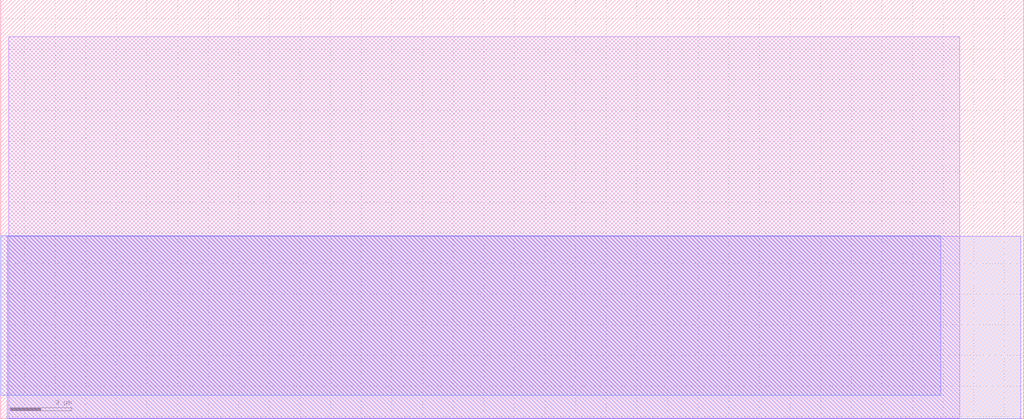
<source format=lef>
VERSION 5.7 ;
  NOWIREEXTENSIONATPIN ON ;
  DIVIDERCHAR "/" ;
  BUSBITCHARS "[]" ;
MACRO sky130_hilas_invert01
  CLASS BLOCK ;
  FOREIGN sky130_hilas_invert01 ;
  ORIGIN 0.130 0.150 ;
  SIZE 0.520 BY 0.310 ;
  OBS
      LAYER li1 ;
        RECT -0.040 -0.070 0.310 0.100 ;
      LAYER met1 ;
        RECT -0.120 -0.150 0.380 0.160 ;
      LAYER met2 ;
        RECT -0.130 -0.120 0.390 0.150 ;
  END
END sky130_hilas_invert01

MACRO sky130_hilas_CapModule02
  CLASS BLOCK ;
  FOREIGN sky130_hilas_CapModule02 ;
  ORIGIN 4.430 2.470 ;
  SIZE 7.200 BY 5.830 ;
  OBS
      LAYER met3 ;
        RECT -4.430 -2.470 2.770 3.360 ;
      LAYER met4 ;
        RECT -3.540 -1.370 -0.500 -0.900 ;
  END
END sky130_hilas_CapModule02

MACRO sky130_hilas_FGVaractorCapacitor02
  CLASS BLOCK ;
  FOREIGN sky130_hilas_FGVaractorCapacitor02 ;
  ORIGIN 10.050 3.800 ;
  SIZE 2.720 BY 1.690 ;
  OBS
      LAYER nwell ;
        RECT -10.050 -2.150 -7.340 -2.110 ;
        RECT -10.050 -3.800 -7.330 -2.150 ;
      LAYER li1 ;
        RECT -9.750 -3.280 -9.520 -2.590 ;
      LAYER met1 ;
        RECT -9.770 -3.330 -9.510 -2.540 ;
  END
END sky130_hilas_FGVaractorCapacitor02

MACRO sky130_hilas_Trans4small
  CLASS BLOCK ;
  FOREIGN sky130_hilas_Trans4small ;
  ORIGIN -1.910 1.500 ;
  SIZE 2.800 BY 5.880 ;
  PIN nFET_Source1
    USE ANALOG ;
    PORT
      LAYER met2 ;
        RECT 1.910 3.980 2.540 4.150 ;
    END
  END nFET_Source1
  PIN nFET_Gate1
    USE ANALOG ;
    PORT
      LAYER met2 ;
        RECT 1.910 3.570 2.070 3.740 ;
    END
  END nFET_Gate1
  PIN nFET_Source2
    USE ANALOG ;
    PORT
      LAYER met2 ;
        RECT 1.910 3.060 2.540 3.230 ;
    END
  END nFET_Source2
  PIN nFET_Gate2
    USE ANALOG ;
    PORT
      LAYER met2 ;
        RECT 1.910 2.650 2.070 2.820 ;
    END
  END nFET_Gate2
  PIN nFET_Source3
    USE ANALOG ;
    PORT
      LAYER met2 ;
        RECT 1.910 2.140 2.540 2.310 ;
    END
  END nFET_Source3
  PIN nFET_Gate3
    USE ANALOG ;
    PORT
      LAYER met2 ;
        RECT 1.910 1.730 2.070 1.900 ;
    END
  END nFET_Gate3
  PIN pFET_Source1
    USE ANALOG ;
    PORT
      LAYER met2 ;
        RECT 1.910 1.120 2.350 1.310 ;
    END
  END pFET_Source1
  PIN pFET_Gate1
    USE ANALOG ;
    PORT
      LAYER met2 ;
        RECT 1.910 0.700 2.350 0.890 ;
    END
  END pFET_Gate1
  PIN pFET_Source2
    USE ANALOG ;
    PORT
      LAYER met2 ;
        RECT 1.910 0.160 2.350 0.350 ;
    END
  END pFET_Source2
  PIN pFET_Gate2
    USE ANALOG ;
    PORT
      LAYER met2 ;
        RECT 1.910 -0.260 2.350 -0.070 ;
    END
  END pFET_Gate2
  PIN pFET_Source3
    USE ANALOG ;
    PORT
      LAYER met2 ;
        RECT 1.910 -0.800 2.350 -0.610 ;
    END
  END pFET_Source3
  PIN pFET_Gate3
    USE ANALOG ;
    PORT
      LAYER met2 ;
        RECT 1.910 -1.220 2.350 -1.030 ;
    END
  END pFET_Gate3
  PIN Well
    USE POWER ;
    PORT
      LAYER met1 ;
        RECT 4.090 -1.500 4.310 -1.300 ;
    END
    PORT
      LAYER met1 ;
        RECT 4.090 -1.130 4.310 4.380 ;
    END
  END Well
  PIN GND
    USE GROUND ;
    PORT
      LAYER met1 ;
        RECT 4.490 -1.500 4.710 3.520 ;
    END
    PORT
      LAYER met1 ;
        RECT 4.490 3.690 4.710 4.380 ;
    END
  END GND
  PIN pFET_Drain3
    USE ANALOG ;
    PORT
      LAYER met2 ;
        RECT 3.910 -0.870 4.710 -0.670 ;
    END
  END pFET_Drain3
  PIN pFET_Drain2
    USE ANALOG ;
    PORT
      LAYER met2 ;
        RECT 3.910 0.090 4.710 0.290 ;
    END
  END pFET_Drain2
  PIN pFET_Drain1
    USE ANALOG ;
    PORT
      LAYER met2 ;
        RECT 3.910 1.050 4.710 1.250 ;
    END
  END pFET_Drain1
  PIN nFET_Drain3
    USE ANALOG ;
    PORT
      LAYER met2 ;
        RECT 3.890 2.150 4.710 2.320 ;
    END
  END nFET_Drain3
  PIN nFET_Drain2
    USE ANALOG ;
    PORT
      LAYER met2 ;
        RECT 3.890 3.070 4.710 3.240 ;
    END
  END nFET_Drain2
  PIN nFET_Drain1
    USE ANALOG ;
    PORT
      LAYER met2 ;
        RECT 3.890 3.990 4.710 4.160 ;
    END
  END nFET_Drain1
  OBS
      LAYER li1 ;
        RECT 2.080 -1.310 4.690 4.240 ;
      LAYER met1 ;
        RECT 2.040 -1.330 3.810 4.240 ;
      LAYER met2 ;
        RECT 2.820 3.710 3.610 4.250 ;
        RECT 2.820 3.700 3.930 3.710 ;
        RECT 2.350 3.520 3.930 3.700 ;
        RECT 2.350 3.510 3.610 3.520 ;
        RECT 2.820 2.790 3.610 3.510 ;
        RECT 2.820 2.780 3.930 2.790 ;
        RECT 2.350 2.600 3.930 2.780 ;
        RECT 2.350 2.590 3.610 2.600 ;
        RECT 2.820 1.870 3.610 2.590 ;
        RECT 2.820 1.860 3.930 1.870 ;
        RECT 2.350 1.590 3.930 1.860 ;
        RECT 2.630 1.530 3.930 1.590 ;
        RECT 2.630 0.770 3.630 1.530 ;
        RECT 2.630 0.570 3.930 0.770 ;
        RECT 2.630 -0.190 3.630 0.570 ;
        RECT 2.630 -0.390 3.930 -0.190 ;
        RECT 2.630 -1.150 3.630 -0.390 ;
        RECT 2.630 -1.290 3.930 -1.150 ;
  END
END sky130_hilas_Trans4small

MACRO sky130_hilas_horizPcell01
  CLASS BLOCK ;
  FOREIGN sky130_hilas_horizPcell01 ;
  ORIGIN 2.890 -0.470 ;
  SIZE 2.560 BY 1.850 ;
  OBS
      LAYER nwell ;
        RECT -2.890 0.480 -0.330 2.320 ;
        RECT -2.890 0.470 -0.340 0.480 ;
      LAYER li1 ;
        RECT -2.790 0.800 -0.720 1.770 ;
      LAYER met1 ;
        RECT -2.800 0.470 -0.680 2.320 ;
      LAYER met2 ;
        RECT -2.890 0.830 -0.330 1.710 ;
  END
END sky130_hilas_horizPcell01

MACRO sky130_hilas_Trans2med
  CLASS BLOCK ;
  FOREIGN sky130_hilas_Trans2med ;
  ORIGIN 3.800 1.430 ;
  SIZE 3.530 BY 5.950 ;
  PIN nFET_Gate01
    USE ANALOG ;
    PORT
      LAYER met2 ;
        RECT -3.800 0.610 -3.550 0.830 ;
    END
  END nFET_Gate01
  PIN pET_Gate02
    USE ANALOG ;
    PORT
      LAYER met2 ;
        RECT -3.800 1.590 -0.820 1.800 ;
    END
  END pET_Gate02
  PIN pFET_Gate01
    USE ANALOG ;
    PORT
      LAYER met2 ;
        RECT -3.800 2.150 -3.550 2.370 ;
    END
  END pFET_Gate01
  PIN nFET_Gate02
    USE ANALOG ;
    PORT
      LAYER met2 ;
        RECT -3.800 1.190 -0.820 1.400 ;
    END
  END nFET_Gate02
  PIN pFET_Source1
    USE ANALOG ;
    PORT
      LAYER met2 ;
        RECT -3.800 3.140 -3.530 3.360 ;
    END
  END pFET_Source1
  PIN pFET_Source2
    USE ANALOG ;
    PORT
      LAYER met2 ;
        RECT -3.800 3.920 -1.900 4.140 ;
    END
  END pFET_Source2
  PIN nFET_Source2
    USE ANALOG ;
    PORT
      LAYER met2 ;
        RECT -3.800 -1.190 -1.880 -0.970 ;
    END
  END nFET_Source2
  PIN nFET_Source1
    USE ANALOG ;
    PORT
      LAYER met2 ;
        RECT -3.800 -0.740 -3.100 -0.530 ;
    END
  END nFET_Source1
  PIN nFET_Drain1
    USE ANALOG ;
    PORT
      LAYER met2 ;
        RECT -2.140 -0.720 -0.270 -0.500 ;
    END
  END nFET_Drain1
  PIN nFET_Drain2
    USE ANALOG ;
    PORT
      LAYER met2 ;
        RECT -0.970 -1.160 -0.270 -0.950 ;
    END
  END nFET_Drain2
  PIN pFET_Drain01
    USE ANALOG ;
    PORT
      LAYER met2 ;
        RECT -2.120 3.170 -0.270 3.380 ;
    END
  END pFET_Drain01
  PIN pFET_Drain2
    USE ANALOG ;
    PORT
      LAYER met2 ;
        RECT -0.930 4.000 -0.270 4.210 ;
    END
  END pFET_Drain2
  OBS
      LAYER li1 ;
        RECT -3.530 -1.250 -0.330 4.290 ;
      LAYER met1 ;
        RECT -3.550 -1.230 -0.270 4.250 ;
      LAYER met2 ;
        RECT -1.620 3.720 -1.210 4.260 ;
        RECT -1.620 3.660 -0.500 3.720 ;
        RECT -3.250 2.890 -2.400 3.640 ;
        RECT -3.250 2.860 -0.500 2.890 ;
        RECT -3.580 2.650 -0.500 2.860 ;
        RECT -3.270 2.080 -0.500 2.650 ;
        RECT -0.540 0.910 -0.500 2.080 ;
        RECT -3.270 0.330 -0.500 0.910 ;
        RECT -3.580 -0.220 -0.500 0.330 ;
        RECT -3.580 -0.250 -2.420 -0.220 ;
        RECT -2.820 -0.690 -2.420 -0.250 ;
        RECT -1.600 -1.230 -1.250 -1.000 ;
  END
END sky130_hilas_Trans2med

MACRO sky130_hilas_FGBiasWeakGate2x1cell
  CLASS BLOCK ;
  FOREIGN sky130_hilas_FGBiasWeakGate2x1cell ;
  ORIGIN 3.960 3.820 ;
  SIZE 11.530 BY 6.050 ;
  PIN drain1
    USE ANALOG ;
    PORT
      LAYER met2 ;
        RECT -3.960 1.550 5.110 1.730 ;
    END
  END drain1
  PIN Input1
    PORT
      LAYER met2 ;
        RECT -3.960 0.950 -1.990 1.130 ;
    END
  END Input1
  PIN output1
    USE ANALOG ;
    PORT
      LAYER met2 ;
        RECT 5.530 0.490 7.570 0.710 ;
    END
  END output1
  PIN output2
    USE ANALOG ;
    PORT
      LAYER met2 ;
        RECT 5.530 -2.260 7.570 -2.050 ;
    END
  END output2
  PIN Vinj
    USE POWER ;
    PORT
      LAYER met1 ;
        RECT 7.050 1.520 7.330 2.230 ;
    END
    PORT
      LAYER met1 ;
        RECT 7.050 -3.820 7.330 -3.110 ;
    END
  END Vinj
  PIN GateSelect
    USE ANALOG ;
    PORT
      LAYER met1 ;
        RECT 6.610 0.700 6.800 2.230 ;
    END
    PORT
      LAYER met1 ;
        RECT 6.610 -3.820 6.800 -2.290 ;
    END
  END GateSelect
  PIN GND
    USE GROUND ;
    PORT
      LAYER met1 ;
        RECT -1.130 -0.770 -0.900 2.230 ;
    END
    PORT
      LAYER met1 ;
        RECT -1.130 -3.820 -0.900 -0.940 ;
    END
  END GND
  PIN gate_control
    USE ANALOG ;
    PORT
      LAYER met1 ;
        RECT 0.090 0.940 0.320 2.230 ;
    END
  END gate_control
  PIN Vtun
    USE ANALOG ;
    PORT
      LAYER met1 ;
        RECT -3.610 0.440 -3.190 2.230 ;
    END
  END Vtun
  PIN gateControl
    USE ANALOG ;
    PORT
      LAYER met1 ;
        RECT 0.090 -3.820 0.320 -2.630 ;
    END
  END gateControl
  PIN drain4
    USE ANALOG ;
    PORT
      LAYER met2 ;
        RECT -3.960 -3.300 5.110 -3.150 ;
    END
  END drain4
  PIN Input2
    USE ANALOG ;
    PORT
      LAYER met2 ;
        RECT -3.960 -2.790 -2.020 -2.580 ;
    END
  END Input2
  PIN CommonSource
    USE ANALOG ;
    PORT
      LAYER met2 ;
        RECT -3.960 -0.490 6.210 -0.270 ;
    END
  END CommonSource
  OBS
      LAYER li1 ;
        RECT -3.520 -3.720 7.180 2.050 ;
      LAYER met1 ;
        RECT -2.910 0.160 -1.410 1.930 ;
        RECT -3.610 -3.810 -1.410 0.160 ;
        RECT -0.620 0.660 -0.190 1.930 ;
        RECT 0.600 0.660 6.330 1.930 ;
        RECT -0.620 0.420 6.330 0.660 ;
        RECT 7.080 0.420 7.330 1.240 ;
        RECT -0.620 -2.010 7.330 0.420 ;
        RECT -0.620 -2.350 6.330 -2.010 ;
        RECT -0.620 -3.810 -0.190 -2.350 ;
        RECT 0.600 -3.810 6.330 -2.350 ;
        RECT 7.080 -2.830 7.330 -2.010 ;
      LAYER met2 ;
        RECT 5.390 1.270 7.570 1.930 ;
        RECT -1.710 0.990 7.570 1.270 ;
        RECT -1.710 0.700 5.250 0.990 ;
        RECT -3.960 0.480 5.270 0.700 ;
        RECT -3.960 0.210 5.250 0.480 ;
        RECT -3.960 0.010 7.570 0.210 ;
        RECT 6.490 -0.770 7.570 0.010 ;
        RECT -3.960 -1.770 7.570 -0.770 ;
        RECT -3.960 -2.050 5.250 -1.770 ;
        RECT -3.960 -2.270 5.270 -2.050 ;
        RECT -3.960 -2.300 5.250 -2.270 ;
        RECT -1.740 -2.540 5.250 -2.300 ;
        RECT -1.740 -2.870 7.570 -2.540 ;
        RECT 5.390 -3.520 7.570 -2.870 ;
  END
END sky130_hilas_FGBiasWeakGate2x1cell

MACRO sky130_hilas_CapModule01
  CLASS BLOCK ;
  FOREIGN sky130_hilas_CapModule01 ;
  ORIGIN 4.430 2.450 ;
  SIZE 2.840 BY 2.860 ;
  OBS
      LAYER met3 ;
        RECT -4.430 -2.450 -1.590 0.410 ;
      LAYER met4 ;
        RECT -3.330 -1.420 -2.810 -0.920 ;
  END
END sky130_hilas_CapModule01

MACRO sky130_hilas_overlapCap02
  CLASS BLOCK ;
  FOREIGN sky130_hilas_overlapCap02 ;
  ORIGIN 5.370 0.690 ;
  SIZE 4.320 BY 1.950 ;
  OBS
      LAYER nwell ;
        RECT -5.370 -0.690 -1.050 1.260 ;
      LAYER li1 ;
        RECT -5.120 -0.430 -1.320 0.980 ;
      LAYER met1 ;
        RECT -3.330 -0.520 -3.090 0.770 ;
  END
END sky130_hilas_overlapCap02

MACRO sky130_hilas_Tgate4Double01
  CLASS BLOCK ;
  FOREIGN sky130_hilas_Tgate4Double01 ;
  ORIGIN 0.360 1.410 ;
  SIZE 7.080 BY 6.050 ;
  PIN GND
    USE GROUND ;
    PORT
      LAYER met1 ;
        RECT 0.380 3.710 0.580 4.640 ;
    END
    PORT
      LAYER met1 ;
        RECT 6.210 -1.410 6.400 -0.480 ;
    END
  END GND
  PIN Input1_1
    PORT
      LAYER met2 ;
        RECT -0.360 4.330 2.120 4.530 ;
    END
  END Input1_1
  PIN Input2_1
    PORT
      LAYER met2 ;
        RECT -0.360 3.850 0.770 4.050 ;
    END
  END Input2_1
  PIN Select1
    PORT
      LAYER met2 ;
        RECT -0.360 3.350 -0.040 3.550 ;
    END
  END Select1
  PIN Select2
    PORT
      LAYER met2 ;
        RECT -0.360 2.700 -0.040 2.900 ;
    END
  END Select2
  PIN Input2_2
    PORT
      LAYER met2 ;
        RECT -0.360 2.200 0.770 2.400 ;
    END
  END Input2_2
  PIN Input1_2
    PORT
      LAYER met2 ;
        RECT -0.360 1.720 2.120 1.920 ;
    END
  END Input1_2
  PIN Select3
    PORT
      LAYER met2 ;
        RECT -0.360 0.330 -0.040 0.530 ;
    END
  END Select3
  PIN Input2_3
    PORT
      LAYER met2 ;
        RECT -0.360 0.830 0.770 1.030 ;
    END
  END Input2_3
  PIN Select4
    PORT
      LAYER met2 ;
        RECT -0.360 -0.320 -0.040 -0.120 ;
    END
  END Select4
  PIN Input2_4
    PORT
      LAYER met2 ;
        RECT -0.360 -0.820 0.770 -0.620 ;
    END
  END Input2_4
  PIN Input1_4
    PORT
      LAYER met2 ;
        RECT -0.360 -1.300 2.120 -1.100 ;
    END
  END Input1_4
  PIN Vdd
    PORT
      LAYER met1 ;
        RECT 6.210 3.710 6.400 4.640 ;
    END
    PORT
      LAYER met1 ;
        RECT 0.380 -1.410 0.580 -0.480 ;
    END
  END Vdd
  PIN Output4
    PORT
      LAYER met2 ;
        RECT 5.820 -0.320 6.720 -0.120 ;
    END
  END Output4
  PIN Output3
    PORT
      LAYER met2 ;
        RECT 5.820 0.330 6.720 0.530 ;
    END
  END Output3
  PIN Output2
    PORT
      LAYER met2 ;
        RECT 5.820 2.700 6.720 2.900 ;
    END
  END Output2
  PIN Output1
    PORT
      LAYER met2 ;
        RECT 5.820 3.350 6.720 3.550 ;
    END
  END Output1
  OBS
      LAYER li1 ;
        RECT -0.120 -1.280 6.640 4.510 ;
      LAYER met1 ;
        RECT -0.130 3.430 0.100 4.540 ;
        RECT 0.860 3.430 5.930 4.540 ;
        RECT -0.130 -0.200 6.420 3.430 ;
        RECT -0.130 -1.310 0.100 -0.200 ;
        RECT 0.860 -1.310 5.930 -0.200 ;
      LAYER met2 ;
        RECT 2.400 4.050 5.850 4.540 ;
        RECT 1.050 3.830 5.850 4.050 ;
        RECT 1.050 3.570 5.540 3.830 ;
        RECT 0.240 2.680 5.540 3.570 ;
        RECT 1.050 2.420 5.540 2.680 ;
        RECT 1.050 2.200 5.850 2.420 ;
        RECT 2.400 1.510 5.850 2.200 ;
        RECT -0.360 1.490 5.850 1.510 ;
        RECT -0.360 1.440 2.120 1.490 ;
        RECT 2.400 1.440 5.850 1.490 ;
        RECT -0.360 1.310 5.850 1.440 ;
        RECT 1.050 0.810 5.850 1.310 ;
        RECT 1.050 0.550 5.540 0.810 ;
        RECT 0.240 -0.340 5.540 0.550 ;
        RECT 1.050 -0.600 5.540 -0.340 ;
        RECT 1.050 -0.820 5.850 -0.600 ;
        RECT 2.400 -1.310 5.850 -0.820 ;
  END
END sky130_hilas_Tgate4Double01

MACRO sky130_hilas_FGVaractorTunnelCap01
  CLASS BLOCK ;
  FOREIGN sky130_hilas_FGVaractorTunnelCap01 ;
  ORIGIN 10.050 3.800 ;
  SIZE 2.220 BY 1.690 ;
  OBS
      LAYER nwell ;
        RECT -10.050 -3.800 -7.830 -2.110 ;
      LAYER li1 ;
        RECT -9.750 -3.280 -9.520 -2.590 ;
      LAYER met1 ;
        RECT -9.770 -3.330 -9.510 -2.540 ;
  END
END sky130_hilas_FGVaractorTunnelCap01

MACRO sky130_hilas_WTAblockSample01
  CLASS BLOCK ;
  FOREIGN sky130_hilas_WTAblockSample01 ;
  ORIGIN 20.050 0.050 ;
  SIZE 34.090 BY 12.030 ;
  OBS
      LAYER nwell ;
        RECT -20.050 6.000 -17.490 11.970 ;
        RECT -20.050 5.950 -17.460 6.000 ;
      LAYER li1 ;
        RECT -19.660 0.290 13.350 11.680 ;
      LAYER met1 ;
        RECT -19.700 -0.050 13.210 11.980 ;
      LAYER met2 ;
        RECT -20.050 0.320 13.370 11.710 ;
  END
END sky130_hilas_WTAblockSample01

MACRO sky130_hilas_DAC_bit6_01
  CLASS BLOCK ;
  FOREIGN sky130_hilas_DAC_bit6_01 ;
  ORIGIN -4.020 -5.240 ;
  SIZE 16.380 BY 13.680 ;
  OBS
      LAYER li1 ;
        RECT 4.080 5.250 18.310 17.700 ;
      LAYER met1 ;
        RECT 4.030 5.240 20.300 11.190 ;
      LAYER met2 ;
        RECT 4.030 6.000 17.690 11.210 ;
  END
END sky130_hilas_DAC_bit6_01

MACRO sky130_hilas_WTAsinglestage01
  CLASS BLOCK ;
  FOREIGN sky130_hilas_WTAsinglestage01 ;
  ORIGIN 1.080 0.760 ;
  SIZE 2.830 BY 1.430 ;
  OBS
      LAYER li1 ;
        RECT -0.970 -0.730 1.730 0.630 ;
      LAYER met1 ;
        RECT -0.980 -0.760 1.590 0.670 ;
      LAYER met2 ;
        RECT -1.080 -0.760 1.750 0.250 ;
  END
END sky130_hilas_WTAsinglestage01

MACRO sky130_hilas_TACoreBlock
  CLASS BLOCK ;
  FOREIGN sky130_hilas_TACoreBlock ;
  ORIGIN 4.570 0.970 ;
  SIZE 9.540 BY 5.020 ;
  OBS
      LAYER nwell ;
        RECT -4.570 2.190 -2.340 4.040 ;
      LAYER li1 ;
        RECT -0.080 -0.130 4.580 3.420 ;
      LAYER met1 ;
        RECT -3.920 2.120 4.620 4.050 ;
      LAYER met2 ;
        RECT 2.410 2.480 4.970 3.360 ;
  END
END sky130_hilas_TACoreBlock

MACRO sky130_hilas_pFETdevice01
  CLASS BLOCK ;
  FOREIGN sky130_hilas_pFETdevice01 ;
  ORIGIN 0.790 0.780 ;
  SIZE 1.610 BY 1.210 ;
  OBS
      LAYER nwell ;
        RECT -0.790 -0.780 0.820 0.430 ;
      LAYER li1 ;
        RECT -0.410 -0.160 0.440 0.170 ;
  END
END sky130_hilas_pFETdevice01

MACRO sky130_hilas_pFETdevice01ba
  CLASS BLOCK ;
  FOREIGN sky130_hilas_pFETdevice01ba ;
  ORIGIN 0.790 1.140 ;
  SIZE 1.870 BY 1.570 ;
  OBS
      LAYER nwell ;
        RECT -0.790 -0.780 0.820 0.430 ;
      LAYER li1 ;
        RECT 0.780 -1.080 0.990 -0.630 ;
      LAYER met1 ;
        RECT 0.770 -1.140 1.000 -0.630 ;
  END
END sky130_hilas_pFETdevice01ba

MACRO sky130_hilas_overlapCap01
  CLASS BLOCK ;
  FOREIGN sky130_hilas_overlapCap01 ;
  ORIGIN 2.870 0.710 ;
  SIZE 2.870 BY 2.080 ;
  OBS
      LAYER li1 ;
        RECT -2.410 -0.260 -0.460 0.910 ;
      LAYER met1 ;
        RECT -1.980 -0.650 -1.710 0.800 ;
  END
END sky130_hilas_overlapCap01

MACRO sky130_hilas_swc4x1cellOverlap
  CLASS BLOCK ;
  FOREIGN sky130_hilas_swc4x1cellOverlap ;
  ORIGIN 2.640 4.130 ;
  SIZE 10.080 BY 6.710 ;
  OBS
      LAYER nwell ;
        RECT -2.640 -1.470 -0.900 0.370 ;
      LAYER li1 ;
        RECT -2.210 -3.680 7.050 2.120 ;
      LAYER met1 ;
        RECT -2.280 -4.070 7.090 2.230 ;
      LAYER met2 ;
        RECT -2.640 -3.450 7.440 1.870 ;
  END
END sky130_hilas_swc4x1cellOverlap

MACRO sky130_hilas_Tgate4Single01
  CLASS BLOCK ;
  FOREIGN sky130_hilas_Tgate4Single01 ;
  ORIGIN 0.360 1.410 ;
  SIZE 4.760 BY 6.050 ;
  PIN Input1_4
    USE ANALOG ;
    PORT
      LAYER met2 ;
        RECT -0.360 -1.300 1.310 -1.100 ;
    END
  END Input1_4
  PIN Vdd
    USE ANALOG ;
    PORT
      LAYER met1 ;
        RECT 0.380 -1.410 0.580 -0.480 ;
    END
    PORT
      LAYER met1 ;
        RECT 0.380 3.710 0.580 4.640 ;
    END
  END Vdd
  PIN Select4
    USE ANALOG ;
    PORT
      LAYER met2 ;
        RECT -0.360 -0.320 -0.040 -0.120 ;
    END
  END Select4
  PIN Select3
    USE ANALOG ;
    PORT
      LAYER met2 ;
        RECT -0.360 0.330 -0.040 0.530 ;
    END
  END Select3
  PIN Input1_3
    USE ANALOG ;
    PORT
      LAYER met2 ;
        RECT -0.360 1.310 1.310 1.510 ;
    END
  END Input1_3
  PIN Input1_2
    USE ANALOG ;
    PORT
      LAYER met2 ;
        RECT -0.360 1.720 1.310 1.920 ;
    END
  END Input1_2
  PIN Select2
    USE ANALOG ;
    PORT
      LAYER met2 ;
        RECT -0.360 2.700 -0.040 2.900 ;
    END
  END Select2
  PIN Select1
    USE ANALOG ;
    PORT
      LAYER met2 ;
        RECT -0.360 3.350 -0.040 3.550 ;
    END
  END Select1
  PIN Input1_1
    USE ANALOG ;
    PORT
      LAYER met2 ;
        RECT -0.360 4.330 1.310 4.530 ;
    END
  END Input1_1
  PIN GND
    USE GROUND ;
    PORT
      LAYER met1 ;
        RECT 3.890 3.710 4.080 4.640 ;
    END
    PORT
      LAYER met1 ;
        RECT 3.890 -1.410 4.080 -0.480 ;
    END
  END GND
  PIN Output1
    USE ANALOG ;
    PORT
      LAYER met2 ;
        RECT 3.500 3.350 4.400 3.550 ;
    END
  END Output1
  PIN Output2
    USE ANALOG ;
    PORT
      LAYER met2 ;
        RECT 3.500 2.700 4.400 2.900 ;
    END
  END Output2
  PIN Output3
    USE ANALOG ;
    PORT
      LAYER met2 ;
        RECT 3.500 0.330 4.400 0.530 ;
    END
  END Output3
  PIN Output4
    USE ANALOG ;
    PORT
      LAYER met2 ;
        RECT 3.500 -0.320 4.400 -0.120 ;
    END
  END Output4
  OBS
      LAYER li1 ;
        RECT -0.120 -1.270 4.320 4.500 ;
      LAYER met1 ;
        RECT -0.130 3.430 0.100 4.530 ;
        RECT 0.860 3.430 3.610 4.530 ;
        RECT -0.130 -0.200 4.100 3.430 ;
        RECT -0.130 -1.300 0.100 -0.200 ;
        RECT 0.860 -1.300 3.610 -0.200 ;
      LAYER met2 ;
        RECT 1.590 4.050 3.530 4.540 ;
        RECT -0.070 3.830 3.530 4.050 ;
        RECT 0.240 2.420 3.220 3.830 ;
        RECT -0.070 2.200 3.530 2.420 ;
        RECT 1.590 1.030 3.530 2.200 ;
        RECT -0.070 0.810 3.530 1.030 ;
        RECT 0.240 -0.600 3.220 0.810 ;
        RECT -0.070 -0.820 3.530 -0.600 ;
        RECT 1.590 -1.310 3.530 -0.820 ;
  END
END sky130_hilas_Tgate4Single01

MACRO sky130_hilas_nFETLargePart1
  CLASS BLOCK ;
  FOREIGN sky130_hilas_nFETLargePart1 ;
  ORIGIN 1.650 0.310 ;
  SIZE 3.020 BY 2.720 ;
  OBS
      LAYER li1 ;
        RECT -1.600 -0.130 1.320 2.270 ;
  END
END sky130_hilas_nFETLargePart1

MACRO sky130_hilas_swc2x2varactor
  CLASS BLOCK ;
  FOREIGN sky130_hilas_swc2x2varactor ;
  ORIGIN 14.660 4.420 ;
  SIZE 14.680 BY 7.010 ;
  OBS
      LAYER nwell ;
        RECT -14.660 1.750 -12.750 2.270 ;
      LAYER li1 ;
        RECT -13.790 -4.040 -0.730 1.890 ;
  END
END sky130_hilas_swc2x2varactor

MACRO sky130_hilas_drainSelect01
  CLASS BLOCK ;
  FOREIGN sky130_hilas_drainSelect01 ;
  ORIGIN -10.720 -0.050 ;
  SIZE 5.420 BY 6.050 ;
  PIN drain4
    PORT
      LAYER met2 ;
        RECT 11.070 0.570 12.280 0.740 ;
    END
  END drain4
  PIN drain3
    PORT
      LAYER met2 ;
        RECT 11.070 2.410 11.770 2.580 ;
    END
  END drain3
  PIN drain2
    USE ANALOG ;
    PORT
      LAYER met2 ;
        RECT 11.070 3.560 11.740 3.740 ;
    END
  END drain2
  PIN drain1
    USE ANALOG ;
    PORT
      LAYER met2 ;
        RECT 11.070 5.420 11.800 5.600 ;
    END
  END drain1
  PIN DrainSelect1
    USE ANALOG ;
    PORT
      LAYER met1 ;
        RECT 15.990 4.980 16.140 5.220 ;
    END
  END DrainSelect1
  PIN DrainSelect2
    USE ANALOG ;
    PORT
      LAYER met1 ;
        RECT 15.990 3.860 16.140 4.100 ;
    END
  END DrainSelect2
  PIN DrainSelect3
    USE ANALOG ;
    PORT
      LAYER met1 ;
        RECT 15.990 2.050 16.140 2.290 ;
    END
  END DrainSelect3
  PIN DrainSelect4
    USE ANALOG ;
    PORT
      LAYER met1 ;
        RECT 15.990 0.930 16.140 1.170 ;
    END
  END DrainSelect4
  PIN Vinj
    USE POWER ;
    PORT
      LAYER met1 ;
        RECT 11.080 5.370 11.330 6.100 ;
    END
  END Vinj
  PIN Drain_Mux
    USE ANALOG ;
    PORT
      LAYER met1 ;
        RECT 14.070 5.700 14.300 6.100 ;
    END
    PORT
      LAYER met1 ;
        RECT 14.070 0.050 14.300 0.450 ;
    END
  END Drain_Mux
  PIN GND
    USE GROUND ;
    PORT
      LAYER met1 ;
        RECT 15.420 0.050 15.610 1.080 ;
    END
    PORT
      LAYER met1 ;
        RECT 15.420 5.070 15.610 6.100 ;
    END
  END GND
  OBS
      LAYER nwell ;
        RECT 10.720 0.050 13.920 6.100 ;
      LAYER li1 ;
        RECT 11.120 0.380 15.990 5.770 ;
      LAYER met1 ;
        RECT 11.610 5.420 13.790 5.770 ;
        RECT 14.580 5.420 15.140 5.770 ;
        RECT 15.890 5.500 15.990 5.770 ;
        RECT 11.610 5.090 15.140 5.420 ;
        RECT 11.080 4.790 15.140 5.090 ;
        RECT 11.080 4.700 15.710 4.790 ;
        RECT 11.080 4.380 15.990 4.700 ;
        RECT 11.080 3.580 15.710 4.380 ;
        RECT 11.080 2.570 15.990 3.580 ;
        RECT 11.080 1.770 15.710 2.570 ;
        RECT 11.080 1.450 15.990 1.770 ;
        RECT 11.080 1.360 15.710 1.450 ;
        RECT 11.080 0.730 15.140 1.360 ;
        RECT 11.080 0.050 13.790 0.730 ;
        RECT 14.580 0.050 15.140 0.730 ;
        RECT 15.890 0.050 15.990 0.650 ;
      LAYER met2 ;
        RECT 12.080 5.140 14.980 5.770 ;
        RECT 11.740 4.020 14.980 5.140 ;
        RECT 12.020 3.280 14.980 4.020 ;
        RECT 11.740 2.860 14.980 3.280 ;
        RECT 12.050 2.130 14.980 2.860 ;
        RECT 11.740 1.020 14.980 2.130 ;
        RECT 12.560 0.380 14.980 1.020 ;
  END
END sky130_hilas_drainSelect01

MACRO sky130_hilas_TunVaractorCapcitor
  CLASS BLOCK ;
  FOREIGN sky130_hilas_TunVaractorCapcitor ;
  ORIGIN 14.660 4.420 ;
  SIZE 10.430 BY 7.010 ;
  OBS
      LAYER nwell ;
        RECT -14.660 1.750 -12.750 2.260 ;
      LAYER li1 ;
        RECT -13.790 -4.040 -4.890 1.890 ;
  END
END sky130_hilas_TunVaractorCapcitor

MACRO sky130_hilas_pFETmirror
  CLASS BLOCK ;
  FOREIGN sky130_hilas_pFETmirror ;
  ORIGIN 0.610 -0.820 ;
  SIZE 2.190 BY 2.030 ;
  OBS
      LAYER nwell ;
        RECT -0.610 1.120 1.580 2.850 ;
      LAYER li1 ;
        RECT -0.400 0.820 1.360 2.530 ;
  END
END sky130_hilas_pFETmirror

MACRO sky130_hilas_pFETdevice01c
  CLASS BLOCK ;
  FOREIGN sky130_hilas_pFETdevice01c ;
  ORIGIN 0.790 1.140 ;
  SIZE 1.870 BY 1.570 ;
  OBS
      LAYER nwell ;
        RECT -0.790 -0.780 0.820 0.430 ;
      LAYER li1 ;
        RECT 0.780 -1.080 0.990 -0.630 ;
      LAYER met1 ;
        RECT 0.770 -1.140 1.000 -0.630 ;
  END
END sky130_hilas_pFETdevice01c

MACRO sky130_hilas_swc4x1BiasCell
  CLASS BLOCK ;
  FOREIGN sky130_hilas_swc4x1BiasCell ;
  ORIGIN 2.660 3.820 ;
  SIZE 10.110 BY 6.050 ;
  PIN bias1
    USE ANALOG ;
    PORT
      LAYER met2 ;
        RECT -2.640 1.110 -2.490 1.300 ;
    END
  END bias1
  PIN bias2
    USE ANALOG ;
    PORT
      LAYER met2 ;
        RECT -2.660 0.120 -2.520 0.320 ;
    END
  END bias2
  PIN bias3
    USE ANALOG ;
    PORT
      LAYER met2 ;
        RECT -2.630 -1.870 5.000 -1.710 ;
    END
  END bias3
  PIN bias4
    USE ANALOG ;
    PORT
      LAYER met2 ;
        RECT -2.630 -2.860 5.000 -2.690 ;
    END
  END bias4
  PIN Vtun
    USE ANALOG ;
    PORT
      LAYER met1 ;
        RECT -2.280 -0.670 -1.880 2.230 ;
    END
    PORT
      LAYER met1 ;
        RECT -2.280 -3.820 -1.880 -0.940 ;
    END
  END Vtun
  PIN Gate
    USE ANALOG ;
    PORT
      LAYER met1 ;
        RECT 1.770 -3.820 2.150 -1.010 ;
    END
    PORT
      LAYER met1 ;
        RECT 1.770 -0.740 2.150 2.230 ;
    END
  END Gate
  PIN Vinj
    USE POWER ;
    PORT
      LAYER met1 ;
        RECT 6.920 1.520 7.080 2.230 ;
    END
    PORT
      LAYER met1 ;
        RECT 6.920 -3.810 7.080 -3.100 ;
    END
  END Vinj
  PIN Vdd
    USE POWER ;
    PORT
      LAYER met1 ;
        RECT 6.110 1.490 6.270 2.230 ;
    END
    PORT
      LAYER met1 ;
        RECT 6.110 -3.810 6.270 -3.070 ;
    END
  END Vdd
  PIN GateSelect
    USE ANALOG ;
    PORT
      LAYER met1 ;
        RECT 6.480 -3.810 6.670 -2.820 ;
    END
  END GateSelect
  PIN drain1
    USE ANALOG ;
    PORT
      LAYER met2 ;
        RECT 5.260 1.550 7.440 1.730 ;
    END
  END drain1
  PIN Horiz1
    USE ANALOG ;
    PORT
      LAYER met2 ;
        RECT 5.260 1.120 7.440 1.300 ;
    END
  END Horiz1
  PIN Horiz2
    USE ANALOG ;
    PORT
      LAYER met2 ;
        RECT 5.260 0.120 7.450 0.300 ;
    END
  END Horiz2
  PIN drain2
    PORT
      LAYER met2 ;
        RECT 5.260 -0.310 7.440 -0.130 ;
    END
  END drain2
  PIN drain3
    USE ANALOG ;
    PORT
      LAYER met2 ;
        RECT 5.260 -1.460 7.450 -1.280 ;
    END
  END drain3
  PIN Horiz3
    USE ANALOG ;
    PORT
      LAYER met2 ;
        RECT 5.260 -1.890 7.440 -1.710 ;
    END
  END Horiz3
  PIN Horiz4
    USE ANALOG ;
    PORT
      LAYER met2 ;
        RECT 5.260 -2.880 7.440 -2.700 ;
    END
  END Horiz4
  PIN drain4
    USE ANALOG ;
    PORT
      LAYER met2 ;
        RECT 5.260 -3.310 7.440 -3.130 ;
    END
  END drain4
  OBS
      LAYER li1 ;
        RECT -2.210 -3.480 7.050 1.900 ;
      LAYER met1 ;
        RECT -1.600 -3.440 1.490 2.230 ;
        RECT 2.430 1.210 5.830 2.230 ;
        RECT 6.550 1.240 6.640 2.230 ;
        RECT 6.550 1.210 7.090 1.240 ;
        RECT 2.430 -2.540 7.090 1.210 ;
        RECT 2.430 -2.790 6.200 -2.540 ;
        RECT 2.430 -3.440 5.830 -2.790 ;
        RECT 6.950 -2.820 7.090 -2.540 ;
      LAYER met2 ;
        RECT -2.620 1.580 4.980 1.870 ;
        RECT -2.210 0.840 4.980 1.580 ;
        RECT -2.210 0.830 5.280 0.840 ;
        RECT -2.620 0.600 5.280 0.830 ;
        RECT -2.240 0.580 5.280 0.600 ;
        RECT -2.240 -0.160 4.980 0.580 ;
        RECT -2.620 -0.590 4.980 -0.160 ;
        RECT -2.620 -1.000 5.280 -0.590 ;
        RECT -2.620 -1.430 4.980 -1.000 ;
        RECT -2.620 -2.170 4.980 -2.150 ;
        RECT -2.620 -2.410 5.280 -2.170 ;
        RECT -2.620 -3.450 4.980 -3.140 ;
  END
END sky130_hilas_swc4x1BiasCell

MACRO sky130_hilas_nMirror03
  CLASS BLOCK ;
  FOREIGN sky130_hilas_nMirror03 ;
  ORIGIN 0.590 0.050 ;
  SIZE 1.840 BY 1.270 ;
  OBS
      LAYER li1 ;
        RECT -0.410 0.090 1.140 1.080 ;
      LAYER met1 ;
        RECT -0.290 0.100 1.010 1.070 ;
      LAYER met2 ;
        RECT -0.590 0.100 0.070 1.080 ;
  END
END sky130_hilas_nMirror03

MACRO sky130_hilas_FGHugeVaractorCapacitor01
  CLASS BLOCK ;
  FOREIGN sky130_hilas_FGHugeVaractorCapacitor01 ;
  ORIGIN 5.560 8.160 ;
  SIZE 10.290 BY 5.990 ;
  OBS
      LAYER nwell ;
        RECT -5.560 -6.770 4.130 -2.170 ;
        RECT -5.560 -8.160 4.730 -6.770 ;
      LAYER li1 ;
        RECT 4.100 -7.860 4.270 -7.190 ;
      LAYER met1 ;
        RECT 4.070 -7.700 4.310 -7.340 ;
  END
END sky130_hilas_FGHugeVaractorCapacitor01

MACRO sky130_hilas_nFETmirrorPairs
  CLASS BLOCK ;
  FOREIGN sky130_hilas_nFETmirrorPairs ;
  ORIGIN 0.330 1.920 ;
  SIZE 1.660 BY 2.750 ;
  OBS
      LAYER li1 ;
        RECT -0.120 -1.920 1.140 0.830 ;
  END
END sky130_hilas_nFETmirrorPairs

MACRO sky130_hilas_TgateSingle01
  CLASS BLOCK ;
  FOREIGN sky130_hilas_TgateSingle01 ;
  ORIGIN 2.630 1.810 ;
  SIZE 4.760 BY 1.520 ;
  OBS
      LAYER li1 ;
        RECT -2.390 -1.670 2.050 -0.400 ;
      LAYER met1 ;
        RECT -2.400 -1.810 1.830 -0.290 ;
      LAYER met2 ;
        RECT -2.630 -1.710 2.130 -0.430 ;
  END
END sky130_hilas_TgateSingle01

MACRO sky130_hilas_TA2SignalBiasCell
  CLASS BLOCK ;
  FOREIGN sky130_hilas_TA2SignalBiasCell ;
  ORIGIN 5.260 -1.400 ;
  SIZE 8.450 BY 6.050 ;
  PIN Vout_Amp2
    USE ANALOG ;
    PORT
      LAYER met2 ;
        RECT 2.860 4.740 3.190 4.970 ;
    END
  END Vout_Amp2
  PIN Vout_Amp1
    USE ANALOG ;
    PORT
      LAYER met2 ;
        RECT 2.850 3.920 3.190 4.140 ;
    END
  END Vout_Amp1
  PIN GND
    USE GROUND ;
    PORT
      LAYER met1 ;
        RECT 1.230 1.400 1.570 2.140 ;
    END
    PORT
      LAYER met1 ;
        RECT 1.230 6.750 1.570 7.450 ;
    END
  END GND
  PIN Vdd
    USE POWER ;
    PORT
      LAYER met1 ;
        RECT 1.900 1.400 2.170 3.050 ;
    END
    PORT
      LAYER met1 ;
        RECT 1.900 5.810 2.170 7.450 ;
    END
    PORT
      LAYER met2 ;
        RECT -4.900 6.960 -4.660 7.450 ;
    END
  END Vdd
  PIN Vin-_Amp2
    USE ANALOG ;
    PORT
      LAYER met2 ;
        RECT -1.300 7.180 -1.050 7.440 ;
    END
  END Vin-_Amp2
  PIN Vin+_amp2
    USE ANALOG ;
    PORT
      LAYER met2 ;
        RECT -1.260 4.510 -0.910 4.740 ;
    END
  END Vin+_amp2
  PIN Vin+_amp1
    USE ANALOG ;
    PORT
      LAYER met2 ;
        RECT -2.820 4.100 -2.470 4.340 ;
    END
  END Vin+_amp1
  PIN Vin-_Amp1
    USE ANALOG ;
    PORT
      LAYER met2 ;
        RECT -2.860 1.420 -2.240 1.670 ;
    END
  END Vin-_Amp1
  PIN Vbias2
    USE ANALOG ;
    PORT
      LAYER met2 ;
        RECT -5.260 1.430 -3.990 1.660 ;
    END
  END Vbias2
  PIN Vbias1
    USE ANALOG ;
    PORT
      LAYER met2 ;
        RECT -5.260 4.100 -4.220 4.340 ;
    END
  END Vbias1
  OBS
      LAYER nwell ;
        RECT -5.260 7.440 -1.650 7.450 ;
        RECT -5.260 1.410 -0.090 7.440 ;
      LAYER li1 ;
        RECT -4.970 1.400 3.050 7.450 ;
      LAYER met1 ;
        RECT -4.980 6.470 0.950 7.430 ;
        RECT -4.980 5.530 1.620 6.470 ;
        RECT 2.450 5.530 2.890 7.430 ;
        RECT -4.980 3.330 2.890 5.530 ;
        RECT -4.980 2.420 1.620 3.330 ;
        RECT -4.980 1.420 0.950 2.420 ;
        RECT 2.450 1.420 2.890 3.330 ;
      LAYER met2 ;
        RECT -4.380 6.900 -1.580 7.440 ;
        RECT -0.770 6.900 2.980 7.440 ;
        RECT -4.380 6.680 2.980 6.900 ;
        RECT -4.980 5.250 2.980 6.680 ;
        RECT -4.980 5.020 2.580 5.250 ;
        RECT -4.980 4.620 -1.540 5.020 ;
        RECT -3.940 3.820 -3.100 4.620 ;
        RECT -2.190 4.230 -1.540 4.620 ;
        RECT -0.630 4.460 2.580 5.020 ;
        RECT -0.630 4.420 2.980 4.460 ;
        RECT -0.630 4.230 2.570 4.420 ;
        RECT -2.190 3.820 2.570 4.230 ;
        RECT -4.980 3.640 2.570 3.820 ;
        RECT -4.980 1.950 2.980 3.640 ;
        RECT -4.980 1.940 -3.140 1.950 ;
        RECT -3.710 1.410 -3.140 1.940 ;
        RECT -1.960 1.410 2.980 1.950 ;
  END
END sky130_hilas_TA2SignalBiasCell

MACRO sky130_hilas_WTA4stage01
  CLASS BLOCK ;
  FOREIGN sky130_hilas_WTA4stage01 ;
  ORIGIN 0.540 -0.010 ;
  SIZE 2.830 BY 5.340 ;
  OBS
      LAYER li1 ;
        RECT -0.430 0.040 2.270 5.320 ;
      LAYER met1 ;
        RECT -0.440 0.010 2.130 5.350 ;
      LAYER met2 ;
        RECT -0.540 0.010 2.290 5.350 ;
  END
END sky130_hilas_WTA4stage01

MACRO sky130_hilas_TgateVinj01
  CLASS BLOCK ;
  FOREIGN sky130_hilas_TgateVinj01 ;
  ORIGIN 2.100 0.400 ;
  SIZE 5.420 BY 1.590 ;
  OBS
      LAYER nwell ;
        RECT -2.100 -0.400 1.100 1.190 ;
      LAYER li1 ;
        RECT -1.700 -0.070 3.170 1.040 ;
      LAYER met1 ;
        RECT -1.740 -0.400 3.320 1.190 ;
      LAYER met2 ;
        RECT -0.570 -0.070 2.160 0.250 ;
  END
END sky130_hilas_TgateVinj01

MACRO sky130_hilas_capacitorSize04
  CLASS BLOCK ;
  FOREIGN sky130_hilas_capacitorSize04 ;
  ORIGIN -14.150 0.180 ;
  SIZE 5.780 BY 5.290 ;
  PIN Cap1Term02
    USE ANALOG ;
    PORT
      LAYER met2 ;
        RECT 19.570 3.850 19.920 4.130 ;
    END
  END Cap1Term02
  PIN Cap2Term02
    USE ANALOG ;
    PORT
      LAYER met2 ;
        RECT 19.570 0.850 19.930 1.130 ;
    END
  END Cap2Term02
  PIN Cap2Term01
    USE ANALOG ;
    PORT
      LAYER met2 ;
        RECT 14.170 0.850 14.450 1.130 ;
    END
  END Cap2Term01
  PIN Cap1Term01
    USE ANALOG ;
    PORT
      LAYER met2 ;
        RECT 14.170 3.850 14.420 4.130 ;
    END
  END Cap1Term01
  OBS
      LAYER met2 ;
        RECT 14.170 4.410 19.920 4.980 ;
        RECT 14.700 3.570 19.290 4.410 ;
        RECT 14.170 1.410 19.920 3.570 ;
        RECT 14.730 0.570 19.290 1.410 ;
        RECT 14.170 -0.050 19.920 0.570 ;
      LAYER met3 ;
        RECT 14.150 -0.180 19.810 5.110 ;
      LAYER met4 ;
        RECT 14.240 0.560 19.770 4.310 ;
  END
END sky130_hilas_capacitorSize04

MACRO sky130_hilas_TAcoreblock
  CLASS BLOCK ;
  FOREIGN sky130_hilas_TAcoreblock ;
  ORIGIN -4.630 -1.990 ;
  SIZE 2.190 BY 4.770 ;
  OBS
      LAYER nwell ;
        RECT 4.630 5.030 6.820 6.760 ;
      LAYER li1 ;
        RECT 4.840 1.990 6.600 6.440 ;
  END
END sky130_hilas_TAcoreblock

MACRO sky130_hilas_nFETLarge
  CLASS BLOCK ;
  FOREIGN sky130_hilas_nFETLarge ;
  ORIGIN -0.640 -4.200 ;
  SIZE 4.370 BY 5.830 ;
  PIN Gate
    USE ANALOG ;
    PORT
      LAYER met2 ;
        RECT 0.640 4.200 0.960 5.020 ;
    END
  END Gate
  PIN Source
    USE ANALOG ;
    PORT
      LAYER met2 ;
        RECT 0.880 5.320 1.200 9.790 ;
    END
  END Source
  PIN Drain
    USE ANALOG ;
    PORT
      LAYER met2 ;
        RECT 4.660 4.650 5.010 9.080 ;
    END
  END Drain
  OBS
      LAYER li1 ;
        RECT 0.830 4.200 4.600 9.780 ;
      LAYER met1 ;
        RECT 0.930 4.200 4.580 9.780 ;
      LAYER met2 ;
        RECT 1.480 9.360 4.780 9.800 ;
        RECT 1.480 5.040 4.380 9.360 ;
        RECT 1.240 4.370 4.380 5.040 ;
        RECT 1.240 4.200 4.780 4.370 ;
  END
END sky130_hilas_nFETLarge

MACRO sky130_hilas_mcap2m4
  CLASS BLOCK ;
  FOREIGN sky130_hilas_mcap2m4 ;
  ORIGIN 0.360 0.360 ;
  SIZE 0.790 BY 0.750 ;
  OBS
      LAYER met2 ;
        RECT -0.140 -0.160 0.230 0.240 ;
      LAYER met3 ;
        RECT -0.360 -0.360 0.430 0.390 ;
      LAYER met4 ;
        RECT -0.270 -0.300 0.390 0.360 ;
  END
END sky130_hilas_mcap2m4

MACRO sky130_hilas_all
  CLASS BLOCK ;
  FOREIGN sky130_hilas_all ;
  ORIGIN 6.020 4.410 ;
  SIZE 1.770 BY 6.670 ;
  OBS
      LAYER nwell ;
        RECT -6.020 -1.500 -4.250 -0.670 ;
      LAYER li1 ;
        RECT -5.690 -4.040 -4.890 1.890 ;
      LAYER met1 ;
        RECT -5.690 -1.210 -4.900 2.000 ;
      LAYER met2 ;
        RECT -5.720 -1.240 -4.530 2.000 ;
  END
END sky130_hilas_all

MACRO sky130_hilas_nOverlapCap01
  CLASS BLOCK ;
  FOREIGN sky130_hilas_nOverlapCap01 ;
  ORIGIN 0.620 0.430 ;
  SIZE 1.290 BY 1.290 ;
  OBS
      LAYER li1 ;
        RECT -0.060 -0.220 0.110 0.670 ;
      LAYER met1 ;
        RECT -0.090 -0.430 0.140 0.860 ;
  END
END sky130_hilas_nOverlapCap01

MACRO sky130_hilas_pFETmed
  CLASS BLOCK ;
  FOREIGN sky130_hilas_pFETmed ;
  ORIGIN -1.470 0.220 ;
  SIZE 1.190 BY 2.870 ;
  OBS
      LAYER nwell ;
        RECT 1.470 -0.220 2.660 2.650 ;
      LAYER li1 ;
        RECT 1.710 -0.080 2.430 2.420 ;
  END
END sky130_hilas_pFETmed

MACRO sky130_hilas_nFETmed
  CLASS BLOCK ;
  FOREIGN sky130_hilas_nFETmed ;
  ORIGIN 0.120 0.440 ;
  SIZE 0.820 BY 2.720 ;
  OBS
      LAYER li1 ;
        RECT -0.070 -0.260 0.650 2.140 ;
  END
END sky130_hilas_nFETmed

MACRO sky130_hilas_DAC6TransistorStack01
  CLASS BLOCK ;
  FOREIGN sky130_hilas_DAC6TransistorStack01 ;
  ORIGIN -0.280 1.740 ;
  SIZE 1.720 BY 5.650 ;
  OBS
      LAYER nwell ;
        RECT 0.280 -1.740 1.890 3.910 ;
      LAYER li1 ;
        RECT 0.660 -0.520 1.510 2.690 ;
  END
END sky130_hilas_DAC6TransistorStack01

MACRO sky130_hilas_DoubleTGate01
  CLASS BLOCK ;
  FOREIGN sky130_hilas_DoubleTGate01 ;
  ORIGIN -10.720 -0.050 ;
  SIZE 5.420 BY 6.050 ;
  OBS
      LAYER nwell ;
        RECT 10.720 0.050 13.920 6.100 ;
      LAYER li1 ;
        RECT 11.120 0.380 15.990 5.770 ;
      LAYER met1 ;
        RECT 11.080 0.050 16.140 6.100 ;
      LAYER met2 ;
        RECT 11.070 0.380 14.980 5.770 ;
  END
END sky130_hilas_DoubleTGate01

MACRO sky130_hilas_DAC6TransistorStack01c
  CLASS BLOCK ;
  FOREIGN sky130_hilas_DAC6TransistorStack01c ;
  ORIGIN -0.280 1.740 ;
  SIZE 1.870 BY 5.650 ;
  OBS
      LAYER nwell ;
        RECT 0.280 -1.740 1.890 3.910 ;
      LAYER li1 ;
        RECT 0.660 -0.520 2.060 2.690 ;
      LAYER met1 ;
        RECT 1.840 -0.540 2.070 -0.030 ;
  END
END sky130_hilas_DAC6TransistorStack01c

MACRO sky130_hilas_TgateSingle01Part1
  CLASS BLOCK ;
  FOREIGN sky130_hilas_TgateSingle01Part1 ;
  ORIGIN -2.570 1.810 ;
  SIZE 1.880 BY 1.520 ;
  OBS
      LAYER li1 ;
        RECT 2.570 -1.670 4.370 -0.680 ;
      LAYER met1 ;
        RECT 2.900 -1.810 4.150 -0.290 ;
      LAYER met2 ;
        RECT 2.570 -1.700 4.450 -0.490 ;
  END
END sky130_hilas_TgateSingle01Part1

MACRO sky130_hilas_pFETLarge
  CLASS BLOCK ;
  FOREIGN sky130_hilas_pFETLarge ;
  ORIGIN -0.640 -4.190 ;
  SIZE 4.640 BY 5.990 ;
  PIN Gate
    PORT
      LAYER met2 ;
        RECT 0.640 4.200 0.960 5.020 ;
    END
  END Gate
  PIN Source
    USE ANALOG ;
    PORT
      LAYER met2 ;
        RECT 0.880 5.320 1.200 9.790 ;
    END
  END Source
  PIN Drain
    USE ANALOG ;
    PORT
      LAYER met2 ;
        RECT 4.660 4.650 5.010 9.080 ;
    END
  END Drain
  PIN Well
    USE ANALOG ;
    PORT
      LAYER met1 ;
        RECT 4.780 9.870 5.040 10.180 ;
    END
    PORT
      LAYER met1 ;
        RECT 4.780 4.190 5.040 9.360 ;
    END
  END Well
  OBS
      LAYER li1 ;
        RECT 0.830 4.200 5.060 9.870 ;
      LAYER met1 ;
        RECT 0.930 4.200 4.500 9.980 ;
      LAYER met2 ;
        RECT 1.480 9.360 4.780 9.800 ;
        RECT 1.480 5.040 4.380 9.360 ;
        RECT 1.240 4.370 4.380 5.040 ;
        RECT 1.240 4.200 4.780 4.370 ;
  END
END sky130_hilas_pFETLarge

MACRO sky130_hilas_FGBias2x1cell
  CLASS BLOCK ;
  FOREIGN sky130_hilas_FGBias2x1cell ;
  ORIGIN 3.960 3.820 ;
  SIZE 11.530 BY 6.050 ;
  PIN Vtun
    USE ANALOG ;
    PORT
      LAYER met1 ;
        RECT -3.610 0.440 -3.190 2.230 ;
    END
    PORT
      LAYER met1 ;
        RECT -3.610 -3.820 -3.190 -1.560 ;
    END
  END Vtun
  PIN GND
    USE GROUND ;
    PORT
      LAYER met1 ;
        RECT -1.130 -0.770 -0.900 2.230 ;
    END
    PORT
      LAYER met1 ;
        RECT -1.130 -3.820 -0.900 -0.940 ;
    END
  END GND
  PIN gate_control
    USE ANALOG ;
    PORT
      LAYER met1 ;
        RECT 0.090 0.940 0.320 2.230 ;
    END
  END gate_control
  PIN Gate_control
    USE ANALOG ;
    PORT
      LAYER met1 ;
        RECT 0.090 -3.820 0.320 -2.630 ;
    END
  END Gate_control
  PIN drain1
    USE ANALOG ;
    PORT
      LAYER met2 ;
        RECT -3.960 1.550 5.110 1.730 ;
    END
  END drain1
  PIN drain4
    USE ANALOG ;
    PORT
      LAYER met2 ;
        RECT -3.960 -3.300 5.110 -3.150 ;
    END
  END drain4
  PIN Vinj
    USE POWER ;
    PORT
      LAYER met1 ;
        RECT 7.050 1.520 7.330 2.230 ;
    END
  END Vinj
  PIN output1
    USE ANALOG ;
    PORT
      LAYER met2 ;
        RECT 5.530 0.490 7.570 0.710 ;
    END
  END output1
  PIN output2
    USE ANALOG ;
    PORT
      LAYER met2 ;
        RECT 5.530 -2.260 7.570 -2.050 ;
    END
  END output2
  OBS
      LAYER li1 ;
        RECT -3.520 -3.490 7.180 1.900 ;
      LAYER met1 ;
        RECT -2.910 0.160 -1.410 2.230 ;
        RECT -3.610 -1.280 -1.410 0.160 ;
        RECT -2.910 -3.820 -1.410 -1.280 ;
        RECT -0.620 0.660 -0.190 2.230 ;
        RECT 0.600 1.240 6.770 2.230 ;
        RECT 0.600 0.660 7.410 1.240 ;
        RECT -0.620 -2.350 7.410 0.660 ;
        RECT -0.620 -3.820 -0.190 -2.350 ;
        RECT 0.600 -3.820 7.410 -2.350 ;
      LAYER met2 ;
        RECT 5.390 1.270 7.570 1.930 ;
        RECT 4.840 0.990 7.570 1.270 ;
        RECT 4.840 0.210 5.250 0.990 ;
        RECT 4.840 -1.770 7.570 0.210 ;
        RECT 4.840 -2.540 5.250 -1.770 ;
        RECT 4.840 -2.870 7.570 -2.540 ;
        RECT 5.390 -3.520 7.570 -2.870 ;
  END
END sky130_hilas_FGBias2x1cell

MACRO sky130_hilas_pFETdevice01d
  CLASS BLOCK ;
  FOREIGN sky130_hilas_pFETdevice01d ;
  ORIGIN 0.920 1.020 ;
  SIZE 1.840 BY 1.450 ;
  OBS
      LAYER li1 ;
        RECT -0.860 -1.020 0.860 0.320 ;
      LAYER met1 ;
        RECT -0.870 -1.020 0.870 0.320 ;
  END
END sky130_hilas_pFETdevice01d

MACRO sky130_hilas_pTransistorPair
  CLASS BLOCK ;
  FOREIGN sky130_hilas_pTransistorPair ;
  ORIGIN -1.330 4.400 ;
  SIZE 1.870 BY 6.050 ;
  OBS
      LAYER nwell ;
        RECT 1.330 -4.390 3.190 1.650 ;
      LAYER li1 ;
        RECT 1.620 -4.400 3.030 1.180 ;
      LAYER met1 ;
        RECT 1.610 -4.380 3.070 -0.640 ;
      LAYER met2 ;
        RECT 1.610 -4.390 3.200 -1.410 ;
  END
END sky130_hilas_pTransistorPair

MACRO sky130_hilas_TA2Cell_1FG_Strong
  CLASS BLOCK ;
  FOREIGN sky130_hilas_TA2Cell_1FG_Strong ;
  ORIGIN 26.170 -1.400 ;
  SIZE 28.100 BY 6.050 ;
  PIN Vin+_Amp2
    USE ANALOG ;
    PORT
      LAYER met2 ;
        RECT -2.520 4.510 -2.170 4.750 ;
    END
  END Vin+_Amp2
  PIN Vin-_Amp2
    USE ANALOG ;
    PORT
      LAYER met2 ;
        RECT -2.600 7.180 -1.940 7.420 ;
    END
  END Vin-_Amp2
  PIN Vdd
    USE POWER ;
    PORT
      LAYER met1 ;
        RECT 0.630 7.300 0.910 7.450 ;
    END
    PORT
      LAYER met1 ;
        RECT 0.640 1.400 0.910 3.050 ;
    END
  END Vdd
  PIN GateColSelect
    USE ANALOG ;
    PORT
      LAYER met1 ;
        RECT -4.160 5.920 -3.970 7.450 ;
    END
    PORT
      LAYER met1 ;
        RECT -4.160 1.400 -3.970 2.930 ;
    END
  END GateColSelect
  PIN Vin+_Amp1
    USE ANALOG ;
    PORT
      LAYER met1 ;
        RECT -23.530 7.020 -23.320 7.450 ;
    END
  END Vin+_Amp1
  PIN GND
    USE GROUND ;
    PORT
      LAYER met1 ;
        RECT -0.030 6.750 0.310 7.450 ;
    END
    PORT
      LAYER met1 ;
        RECT -0.030 1.400 0.310 2.140 ;
    END
  END GND
  PIN output2
    PORT
      LAYER met2 ;
        RECT 1.750 3.920 1.930 4.150 ;
    END
  END output2
  PIN output1
    USE ANALOG ;
    PORT
      LAYER met2 ;
        RECT 1.600 4.740 1.930 4.970 ;
    END
  END output1
  PIN Vinj
    USE POWER ;
    PORT
      LAYER met1 ;
        RECT -3.720 6.740 -3.440 7.450 ;
    END
    PORT
      LAYER met1 ;
        RECT -3.720 1.400 -3.440 2.110 ;
    END
  END Vinj
  OBS
      LAYER nwell ;
        RECT -26.170 1.410 -22.860 7.440 ;
      LAYER li1 ;
        RECT -25.780 1.650 1.790 7.450 ;
      LAYER met1 ;
        RECT -25.820 6.740 -23.810 7.450 ;
        RECT -23.040 6.740 -4.440 7.450 ;
        RECT -25.820 5.640 -4.440 6.740 ;
        RECT -3.160 6.470 -0.310 7.450 ;
        RECT 1.190 7.020 1.630 7.450 ;
        RECT 0.590 6.470 1.630 7.020 ;
        RECT -3.160 6.460 1.630 6.470 ;
        RECT -3.690 5.640 1.630 6.460 ;
        RECT -25.820 3.330 1.630 5.640 ;
        RECT -25.820 3.210 0.360 3.330 ;
        RECT -25.820 1.400 -4.440 3.210 ;
        RECT -3.690 2.420 0.360 3.210 ;
        RECT -3.690 2.390 -0.310 2.420 ;
        RECT -3.160 1.400 -0.310 2.390 ;
        RECT 1.190 1.400 1.630 3.330 ;
      LAYER met2 ;
        RECT -26.170 6.900 -2.880 7.440 ;
        RECT -1.660 6.900 1.750 7.440 ;
        RECT -26.170 5.250 1.750 6.900 ;
        RECT -26.170 5.030 1.320 5.250 ;
        RECT -26.170 4.230 -2.800 5.030 ;
        RECT -1.890 4.460 1.320 5.030 ;
        RECT -1.890 4.430 1.750 4.460 ;
        RECT -1.890 4.230 1.470 4.430 ;
        RECT -26.170 3.640 1.470 4.230 ;
        RECT -26.170 1.690 1.750 3.640 ;
  END
END sky130_hilas_TA2Cell_1FG_Strong

MACRO sky130_hilas_m22m4
  CLASS BLOCK ;
  FOREIGN sky130_hilas_m22m4 ;
  ORIGIN 0.360 0.360 ;
  SIZE 0.790 BY 0.750 ;
  OBS
      LAYER met2 ;
        RECT -0.140 -0.160 0.230 0.240 ;
      LAYER met3 ;
        RECT -0.360 -0.360 0.430 0.390 ;
      LAYER met4 ;
        RECT -0.270 -0.300 0.390 0.360 ;
  END
END sky130_hilas_m22m4

MACRO sky130_hilas_DAC6bit01
  CLASS BLOCK ;
  FOREIGN sky130_hilas_DAC6bit01 ;
  ORIGIN -0.230 0.060 ;
  SIZE 33.400 BY 13.680 ;
  OBS
      LAYER li1 ;
        RECT 0.490 -0.050 31.540 12.400 ;
      LAYER met1 ;
        RECT 0.440 -0.060 33.530 5.890 ;
      LAYER met2 ;
        RECT 0.230 0.700 30.920 5.910 ;
  END
END sky130_hilas_DAC6bit01

MACRO sky130_hilas_swc4x2cellOverlap
  CLASS BLOCK ;
  FOREIGN sky130_hilas_swc4x2cellOverlap ;
  ORIGIN 10.010 -7.280 ;
  SIZE 17.980 BY 6.050 ;
  PIN Vert1
    USE ANALOG ;
    PORT
      LAYER met1 ;
        RECT -8.840 12.590 -8.680 13.330 ;
    END
    PORT
      LAYER met1 ;
        RECT -8.840 7.290 -8.680 8.030 ;
    END
  END Vert1
  PIN Horiz1
    USE ANALOG ;
    PORT
      LAYER met2 ;
        RECT -10.010 12.220 -7.830 12.400 ;
    END
    PORT
      LAYER met2 ;
        RECT 5.780 12.220 7.970 12.400 ;
    END
  END Horiz1
  PIN drain1
    USE ANALOG ;
    PORT
      LAYER met2 ;
        RECT -10.010 12.650 -7.830 12.830 ;
    END
    PORT
      LAYER met2 ;
        RECT 5.780 12.650 7.960 12.830 ;
    END
  END drain1
  PIN Horiz2
    USE ANALOG ;
    PORT
      LAYER met2 ;
        RECT -10.010 11.220 -7.830 11.400 ;
    END
    PORT
      LAYER met2 ;
        RECT 5.780 11.220 7.970 11.400 ;
    END
  END Horiz2
  PIN drain2
    USE ANALOG ;
    PORT
      LAYER met2 ;
        RECT -10.010 10.790 -7.830 10.970 ;
    END
    PORT
      LAYER met2 ;
        RECT 5.780 10.790 7.970 10.970 ;
    END
  END drain2
  PIN drain3
    USE ANALOG ;
    PORT
      LAYER met2 ;
        RECT -10.010 9.640 -7.830 9.820 ;
    END
    PORT
      LAYER met2 ;
        RECT 5.780 9.640 7.960 9.820 ;
    END
  END drain3
  PIN Horiz3
    USE ANALOG ;
    PORT
      LAYER met2 ;
        RECT -10.010 9.210 -7.830 9.390 ;
    END
    PORT
      LAYER met2 ;
        RECT 5.780 9.210 7.960 9.390 ;
    END
  END Horiz3
  PIN Horiz4
    USE ANALOG ;
    PORT
      LAYER met2 ;
        RECT -10.010 8.220 -7.830 8.400 ;
    END
    PORT
      LAYER met2 ;
        RECT 5.780 8.220 7.960 8.400 ;
    END
  END Horiz4
  PIN drain4
    USE ANALOG ;
    PORT
      LAYER met2 ;
        RECT -10.010 7.790 -7.830 7.970 ;
    END
  END drain4
  PIN Vinj
    PORT
      LAYER met1 ;
        RECT -9.650 12.620 -9.490 13.330 ;
    END
    PORT
      LAYER met1 ;
        RECT -9.650 7.290 -9.490 8.000 ;
    END
    PORT
      LAYER met1 ;
        RECT 7.440 7.290 7.600 8.000 ;
    END
    PORT
      LAYER met1 ;
        RECT 7.440 12.620 7.600 13.330 ;
    END
  END Vinj
  PIN GateSelect1
    USE ANALOG ;
    PORT
      LAYER met1 ;
        RECT -9.240 12.340 -9.050 13.330 ;
    END
    PORT
      LAYER met1 ;
        RECT -9.240 7.290 -9.050 8.280 ;
    END
  END GateSelect1
  PIN Vert2
    USE ANALOG ;
    PORT
      LAYER met1 ;
        RECT 6.630 12.590 6.790 13.330 ;
    END
    PORT
      LAYER met1 ;
        RECT 6.630 7.290 6.790 8.030 ;
    END
  END Vert2
  PIN GateSelect2
    USE ANALOG ;
    PORT
      LAYER met1 ;
        RECT 7.000 12.340 7.190 13.330 ;
    END
    PORT
      LAYER met1 ;
        RECT 7.000 7.290 7.190 8.280 ;
    END
  END GateSelect2
  PIN drain
    USE ANALOG ;
    PORT
      LAYER met2 ;
        RECT 5.780 7.790 7.960 7.970 ;
    END
  END drain
  PIN Gate2
    USE ANALOG ;
    PORT
      LAYER met1 ;
        RECT 3.280 12.940 3.520 13.330 ;
    END
    PORT
      LAYER met1 ;
        RECT 3.280 7.280 3.520 7.670 ;
    END
  END Gate2
  PIN Gate1
    USE ANALOG ;
    PORT
      LAYER met1 ;
        RECT -5.570 12.940 -5.320 13.330 ;
    END
    PORT
      LAYER met1 ;
        RECT -5.570 7.280 -5.320 7.670 ;
    END
  END Gate1
  PIN Vtun
    USE ANALOG ;
    PORT
      LAYER met1 ;
        RECT -1.960 12.980 -1.660 13.330 ;
    END
    PORT
      LAYER met1 ;
        RECT -1.960 7.280 -1.660 7.610 ;
    END
    PORT
      LAYER met1 ;
        RECT -0.380 7.280 -0.080 7.610 ;
    END
  END Vtun
  OBS
      LAYER nwell ;
        RECT -10.010 7.300 -3.450 13.320 ;
      LAYER li1 ;
        RECT -9.620 7.610 7.570 13.010 ;
      LAYER met1 ;
        RECT -8.400 12.660 -5.850 13.330 ;
        RECT -5.040 12.700 -2.240 13.330 ;
        RECT -1.380 12.700 3.000 13.330 ;
        RECT -5.040 12.660 3.000 12.700 ;
        RECT 3.800 12.660 6.350 13.330 ;
        RECT -9.660 12.060 -9.520 12.340 ;
        RECT -8.400 12.310 6.350 12.660 ;
        RECT -8.770 12.060 6.720 12.310 ;
        RECT 7.470 12.060 7.610 12.340 ;
        RECT -9.660 8.560 7.610 12.060 ;
        RECT -9.660 8.280 -9.520 8.560 ;
        RECT -8.770 8.310 6.720 8.560 ;
        RECT -8.400 7.950 6.350 8.310 ;
        RECT 7.470 8.280 7.610 8.560 ;
        RECT -8.400 7.470 -5.850 7.950 ;
        RECT -5.040 7.890 3.000 7.950 ;
        RECT -5.040 7.470 -2.240 7.890 ;
        RECT -1.380 7.470 -0.660 7.890 ;
        RECT 0.200 7.470 3.000 7.890 ;
        RECT 3.800 7.470 6.350 7.950 ;
      LAYER met2 ;
        RECT -7.550 11.940 5.500 12.970 ;
        RECT -7.850 11.680 5.800 11.940 ;
        RECT -7.550 10.510 5.500 11.680 ;
        RECT -7.850 10.100 5.800 10.510 ;
        RECT -7.550 8.930 5.500 10.100 ;
        RECT -7.850 8.680 5.800 8.930 ;
        RECT -7.550 7.650 5.500 8.680 ;
  END
END sky130_hilas_swc4x2cellOverlap

MACRO sky130_hilas_TACoreBlock2
  CLASS BLOCK ;
  FOREIGN sky130_hilas_TACoreBlock2 ;
  ORIGIN 0.610 1.920 ;
  SIZE 2.190 BY 4.770 ;
  OBS
      LAYER nwell ;
        RECT -0.610 1.120 1.580 2.850 ;
      LAYER li1 ;
        RECT -0.400 -1.920 1.360 2.530 ;
  END
END sky130_hilas_TACoreBlock2

MACRO sky130_hilas_nDiffThOxContact
  CLASS BLOCK ;
  FOREIGN sky130_hilas_nDiffThOxContact ;
  ORIGIN 0.260 -0.130 ;
  SIZE 0.670 BY 0.290 ;
  OBS
      LAYER li1 ;
        RECT -0.260 0.180 0.410 0.350 ;
      LAYER met1 ;
        RECT -0.120 0.150 0.270 0.380 ;
  END
END sky130_hilas_nDiffThOxContact

MACRO sky130_hilas_capacitorSize01
  CLASS BLOCK ;
  FOREIGN sky130_hilas_capacitorSize01 ;
  ORIGIN -14.140 0.480 ;
  SIZE 10.420 BY 5.830 ;
  PIN CapTerm02
    USE ANALOG ;
    PORT
      LAYER met2 ;
        RECT 24.200 2.330 24.560 2.610 ;
    END
  END CapTerm02
  PIN CapTerm01
    USE ANALOG ;
    PORT
      LAYER met2 ;
        RECT 14.160 2.320 14.430 2.600 ;
    END
  END CapTerm01
  OBS
      LAYER met2 ;
        RECT 14.140 2.890 24.560 4.980 ;
        RECT 14.140 2.880 23.920 2.890 ;
        RECT 14.710 2.050 23.920 2.880 ;
        RECT 14.710 2.040 24.560 2.050 ;
        RECT 14.140 -0.050 24.560 2.040 ;
      LAYER met3 ;
        RECT 14.160 -0.480 24.440 5.350 ;
      LAYER met4 ;
        RECT 14.250 0.620 24.400 2.790 ;
  END
END sky130_hilas_capacitorSize01

MACRO sky130_hilas_TgateDouble01
  CLASS BLOCK ;
  FOREIGN sky130_hilas_TgateDouble01 ;
  ORIGIN 2.630 1.810 ;
  SIZE 7.080 BY 1.520 ;
  OBS
      LAYER li1 ;
        RECT -2.390 -1.680 4.370 -0.400 ;
      LAYER met1 ;
        RECT -2.400 -1.810 4.150 -0.290 ;
      LAYER met2 ;
        RECT -2.630 -1.710 4.450 -0.430 ;
  END
END sky130_hilas_TgateDouble01

MACRO sky130_hilas_capacitorSize02
  CLASS BLOCK ;
  FOREIGN sky130_hilas_capacitorSize02 ;
  ORIGIN -14.140 0.480 ;
  SIZE 7.970 BY 5.830 ;
  PIN CapTerm02
    USE ANALOG ;
    PORT
      LAYER met2 ;
        RECT 21.830 2.340 22.110 2.620 ;
    END
  END CapTerm02
  PIN CapTerm01
    USE ANALOG ;
    PORT
      LAYER met2 ;
        RECT 14.160 2.320 14.430 2.600 ;
    END
  END CapTerm01
  OBS
      LAYER met2 ;
        RECT 14.140 2.900 22.110 4.980 ;
        RECT 14.140 2.880 21.550 2.900 ;
        RECT 14.710 2.060 21.550 2.880 ;
        RECT 14.710 2.040 22.110 2.060 ;
        RECT 14.140 -0.050 22.110 2.040 ;
      LAYER met3 ;
        RECT 14.160 -0.480 22.070 5.350 ;
      LAYER met4 ;
        RECT 14.250 0.620 22.030 2.800 ;
  END
END sky130_hilas_capacitorSize02

MACRO sky130_hilas_pFETdevice01aa
  CLASS BLOCK ;
  FOREIGN sky130_hilas_pFETdevice01aa ;
  ORIGIN 0.800 0.780 ;
  SIZE 1.720 BY 1.210 ;
  OBS
      LAYER nwell ;
        RECT -0.800 -0.780 0.810 0.430 ;
  END
END sky130_hilas_pFETdevice01aa

MACRO sky130_hilas_wellContact
  CLASS BLOCK ;
  FOREIGN sky130_hilas_wellContact ;
  ORIGIN 14.490 4.410 ;
  SIZE 1.740 BY 1.860 ;
  OBS
      LAYER nwell ;
        RECT -14.490 -4.400 -12.750 -2.560 ;
      LAYER li1 ;
        RECT -14.060 -3.950 -13.510 -3.520 ;
      LAYER met1 ;
        RECT -14.120 -4.410 -13.730 -2.550 ;
  END
END sky130_hilas_wellContact

MACRO sky130_hilas_DAC6TransistorStack01b
  CLASS BLOCK ;
  FOREIGN sky130_hilas_DAC6TransistorStack01b ;
  ORIGIN -0.150 1.740 ;
  SIZE 1.850 BY 5.650 ;
  OBS
      LAYER li1 ;
        RECT 0.210 -0.520 1.930 2.690 ;
      LAYER met1 ;
        RECT 0.200 0.540 1.940 1.880 ;
  END
END sky130_hilas_DAC6TransistorStack01b

MACRO sky130_hilas_WTA4Stage01
  CLASS BLOCK ;
  FOREIGN sky130_hilas_WTA4Stage01 ;
  ORIGIN 11.210 0.430 ;
  SIZE 14.170 BY 6.050 ;
  PIN GND
    USE GROUND ;
    PORT
      LAYER met1 ;
        RECT 2.570 4.530 2.800 5.620 ;
    END
    PORT
      LAYER met1 ;
        RECT 2.570 -0.430 2.800 0.450 ;
    END
  END GND
  PIN CommonNode
    USE ANALOG ;
    PORT
      LAYER met1 ;
        RECT 1.310 3.960 1.540 5.620 ;
    END
  END CommonNode
  PIN CommonMode
    USE ANALOG ;
    PORT
      LAYER met1 ;
        RECT 1.310 -0.430 1.540 1.020 ;
    END
  END CommonMode
  PIN output1
    USE ANALOG ;
    PORT
      LAYER met2 ;
        RECT 0.670 4.260 2.960 4.420 ;
    END
  END output1
  PIN output2
    USE ANALOG ;
    PORT
      LAYER met2 ;
        RECT 0.670 3.330 2.960 3.490 ;
    END
  END output2
  PIN output3
    USE ANALOG ;
    PORT
      LAYER met2 ;
        RECT 0.670 1.490 2.960 1.650 ;
    END
  END output3
  PIN output4
    USE ANALOG ;
    PORT
      LAYER met2 ;
        RECT 0.670 0.560 2.960 0.720 ;
    END
  END output4
  PIN input1
    USE ANALOG ;
    PORT
      LAYER met2 ;
        RECT -11.120 4.020 -10.970 4.690 ;
    END
  END input1
  PIN input2
    USE ANALOG ;
    PORT
      LAYER met2 ;
        RECT -11.120 3.520 -10.860 3.780 ;
    END
  END input2
  PIN input3
    USE ANALOG ;
    PORT
      LAYER met2 ;
        RECT -11.180 0.980 -10.980 1.680 ;
    END
  END input3
  PIN input4
    USE ANALOG ;
    PORT
      LAYER met2 ;
        RECT -11.190 0.470 -10.910 0.740 ;
    END
  END input4
  OBS
      LAYER li1 ;
        RECT -11.200 -0.380 2.940 5.290 ;
      LAYER met1 ;
        RECT -11.210 3.680 1.030 5.620 ;
        RECT 1.820 4.250 2.290 5.620 ;
        RECT 1.820 3.680 2.800 4.250 ;
        RECT -11.210 1.300 2.800 3.680 ;
        RECT -11.210 -0.430 1.030 1.300 ;
        RECT 1.820 0.730 2.800 1.300 ;
        RECT 1.820 -0.430 2.290 0.730 ;
      LAYER met2 ;
        RECT -11.210 4.970 0.690 5.340 ;
        RECT -10.690 4.700 0.690 4.970 ;
        RECT -10.690 4.060 0.390 4.700 ;
        RECT -10.580 3.980 0.390 4.060 ;
        RECT -10.580 3.770 0.690 3.980 ;
        RECT -10.580 3.240 0.390 3.770 ;
        RECT -11.210 3.050 0.390 3.240 ;
        RECT -11.210 1.960 0.690 3.050 ;
        RECT -10.700 1.930 0.690 1.960 ;
        RECT -10.700 1.210 0.390 1.930 ;
        RECT -10.700 1.020 0.690 1.210 ;
        RECT -10.630 1.000 0.690 1.020 ;
        RECT -11.210 0.740 -10.900 0.770 ;
        RECT -11.210 0.470 -11.190 0.740 ;
        RECT -11.210 0.440 -10.900 0.470 ;
        RECT -10.630 0.280 0.390 1.000 ;
        RECT -10.630 0.190 0.690 0.280 ;
        RECT -11.210 -0.410 0.690 0.190 ;
  END
END sky130_hilas_WTA4Stage01

MACRO sky130_hilas_FGVaractorCapacitor
  CLASS BLOCK ;
  FOREIGN sky130_hilas_FGVaractorCapacitor ;
  ORIGIN 9.570 3.950 ;
  SIZE 2.230 BY 1.860 ;
  OBS
      LAYER nwell ;
        RECT -9.570 -3.950 -7.340 -2.100 ;
      LAYER met1 ;
        RECT -8.920 -3.950 -8.540 -2.090 ;
  END
END sky130_hilas_FGVaractorCapacitor

MACRO sky130_hilas_horizTransCell01
  CLASS BLOCK ;
  FOREIGN sky130_hilas_horizTransCell01 ;
  ORIGIN 4.760 -0.480 ;
  SIZE 4.430 BY 3.110 ;
  OBS
      LAYER li1 ;
        RECT -4.610 0.800 -0.720 3.230 ;
      LAYER met1 ;
        RECT -2.810 0.480 -0.680 3.500 ;
      LAYER met2 ;
        RECT -2.890 0.770 -0.330 1.150 ;
  END
END sky130_hilas_horizTransCell01

MACRO sky130_hilas_CapModule01a
  CLASS BLOCK ;
  FOREIGN sky130_hilas_CapModule01a ;
  ORIGIN 4.160 2.160 ;
  SIZE 2.300 BY 2.280 ;
  OBS
      LAYER met3 ;
        RECT -4.160 -2.160 -1.860 0.120 ;
      LAYER met4 ;
        RECT -3.330 -1.420 -2.810 -0.920 ;
  END
END sky130_hilas_CapModule01a

MACRO sky130_hilas_CapModule03
  CLASS BLOCK ;
  FOREIGN sky130_hilas_CapModule03 ;
  ORIGIN 3.920 2.470 ;
  SIZE 4.230 BY 5.830 ;
  OBS
      LAYER met3 ;
        RECT -3.920 -2.470 0.310 3.360 ;
      LAYER met4 ;
        RECT -3.540 -1.370 -0.530 -0.900 ;
  END
END sky130_hilas_CapModule03

MACRO sky130_hilas_pFETmirror02
  CLASS BLOCK ;
  FOREIGN sky130_hilas_pFETmirror02 ;
  ORIGIN 0.610 -0.890 ;
  SIZE 1.280 BY 2.840 ;
  OBS
      LAYER nwell ;
        RECT -0.610 0.890 0.670 3.730 ;
      LAYER li1 ;
        RECT -0.410 0.950 0.530 3.490 ;
  END
END sky130_hilas_pFETmirror02

MACRO sky130_hilas_overlapCap02a
  CLASS BLOCK ;
  FOREIGN sky130_hilas_overlapCap02a ;
  ORIGIN 5.210 0.540 ;
  SIZE 4.000 BY 1.640 ;
  OBS
      LAYER nwell ;
        RECT -5.210 -0.540 -1.210 1.100 ;
      LAYER li1 ;
        RECT -4.860 -0.210 -1.550 0.770 ;
      LAYER met1 ;
        RECT -3.330 -0.350 -3.080 0.770 ;
  END
END sky130_hilas_overlapCap02a

MACRO sky130_hilas_DualTACore01
  CLASS BLOCK ;
  FOREIGN sky130_hilas_DualTACore01 ;
  ORIGIN 1.720 0.220 ;
  SIZE 3.270 BY 5.720 ;
  OBS
      LAYER li1 ;
        RECT -1.540 -0.160 1.410 5.400 ;
      LAYER met1 ;
        RECT -1.420 -0.220 1.250 5.500 ;
      LAYER met2 ;
        RECT -1.720 -0.120 1.550 5.400 ;
  END
END sky130_hilas_DualTACore01

MACRO sky130_hilas_TA2Cell_NoFG
  CLASS BLOCK ;
  FOREIGN sky130_hilas_TA2Cell_NoFG ;
  ORIGIN 14.730 -1.400 ;
  SIZE 17.920 BY 6.050 ;
  PIN GateColSelect
    PORT
      LAYER met1 ;
        RECT -4.160 5.920 -3.970 7.450 ;
    END
  END GateColSelect
  PIN Vin-_Amp1
    USE ANALOG ;
    PORT
      LAYER met2 ;
        RECT -2.860 1.420 -2.240 1.670 ;
    END
  END Vin-_Amp1
  PIN Vin+_amp2
    PORT
      LAYER met2 ;
        RECT -1.260 4.510 -0.910 4.740 ;
    END
  END Vin+_amp2
  PIN Vin-_Amp2
    PORT
      LAYER met2 ;
        RECT -1.300 7.180 -1.050 7.440 ;
    END
  END Vin-_Amp2
  PIN Vout_Amp1
    PORT
      LAYER met2 ;
        RECT 2.850 3.920 3.190 4.140 ;
    END
  END Vout_Amp1
  PIN Vout_Amp2
    PORT
      LAYER met2 ;
        RECT 2.860 4.740 3.190 4.970 ;
    END
  END Vout_Amp2
  PIN GND
    USE GROUND ;
    PORT
      LAYER met1 ;
        RECT 1.230 1.400 1.570 2.140 ;
    END
    PORT
      LAYER met1 ;
        RECT 1.230 6.750 1.570 7.450 ;
    END
  END GND
  PIN Vdd
    USE POWER ;
    PORT
      LAYER met1 ;
        RECT 1.900 1.400 2.170 3.050 ;
    END
    PORT
      LAYER met1 ;
        RECT 1.900 5.810 2.170 7.450 ;
    END
  END Vdd
  OBS
      LAYER li1 ;
        RECT -14.290 1.400 3.050 7.450 ;
      LAYER met1 ;
        RECT -14.380 5.640 -4.440 7.450 ;
        RECT -3.690 6.470 0.950 7.450 ;
        RECT -3.690 5.640 1.620 6.470 ;
        RECT -14.380 5.530 1.620 5.640 ;
        RECT 2.450 5.530 2.890 7.450 ;
        RECT -14.380 3.330 2.890 5.530 ;
        RECT -14.380 2.420 1.620 3.330 ;
        RECT -14.380 1.400 0.950 2.420 ;
        RECT 2.450 1.400 2.890 3.330 ;
      LAYER met2 ;
        RECT -14.730 6.900 -1.580 7.440 ;
        RECT -0.770 6.900 2.980 7.440 ;
        RECT -14.730 5.250 2.980 6.900 ;
        RECT -14.730 5.020 2.580 5.250 ;
        RECT -14.730 4.230 -1.540 5.020 ;
        RECT -0.630 4.460 2.580 5.020 ;
        RECT -0.630 4.420 2.980 4.460 ;
        RECT -0.630 4.230 2.570 4.420 ;
        RECT -14.730 3.640 2.570 4.230 ;
        RECT -14.730 1.950 2.980 3.640 ;
        RECT -14.730 1.410 -3.140 1.950 ;
        RECT -1.960 1.410 2.980 1.950 ;
  END
END sky130_hilas_TA2Cell_NoFG

MACRO sky130_hilas_pFETdevice01b
  CLASS BLOCK ;
  FOREIGN sky130_hilas_pFETdevice01b ;
  ORIGIN 0.790 1.140 ;
  SIZE 1.870 BY 1.570 ;
  OBS
      LAYER nwell ;
        RECT -0.790 -0.780 0.820 0.430 ;
      LAYER li1 ;
        RECT 0.780 -1.080 0.990 -0.630 ;
      LAYER met1 ;
        RECT 0.770 -1.140 1.000 -0.630 ;
  END
END sky130_hilas_pFETdevice01b

MACRO sky130_hilas_capacitorArray01
  CLASS BLOCK ;
  FOREIGN sky130_hilas_capacitorArray01 ;
  ORIGIN 13.040 0.570 ;
  SIZE 36.700 BY 6.050 ;
  PIN CapTerminal2
    USE ANALOG ;
    PORT
      LAYER met2 ;
        RECT 23.330 2.220 23.660 2.630 ;
    END
  END CapTerminal2
  PIN CapTerm01
    USE ANALOG ;
    PORT
      LAYER met2 ;
        RECT -2.300 5.170 -1.790 5.480 ;
    END
  END CapTerm01
  PIN Vinj
    USE POWER ;
    PORT
      LAYER met1 ;
        RECT -3.480 4.770 -3.320 5.480 ;
    END
  END Vinj
  PIN GateSelect
    PORT
      LAYER met1 ;
        RECT -3.920 4.490 -3.730 5.480 ;
    END
  END GateSelect
  PIN Vtun
    PORT
      LAYER met1 ;
        RECT -12.680 2.580 -12.280 5.480 ;
    END
  END Vtun
  PIN Gate
    USE ANALOG ;
    PORT
      LAYER met1 ;
        RECT -8.630 2.510 -8.250 5.480 ;
    END
  END Gate
  OBS
      LAYER nwell ;
        RECT -13.040 1.780 -11.300 3.620 ;
      LAYER li1 ;
        RECT -12.610 -0.230 -3.350 5.150 ;
      LAYER met1 ;
        RECT -12.000 2.300 -8.910 5.480 ;
        RECT -12.680 2.230 -8.910 2.300 ;
        RECT -7.970 4.210 -4.200 5.480 ;
        RECT -3.450 4.210 -3.310 4.490 ;
        RECT -7.970 2.230 -3.310 4.210 ;
        RECT -12.680 -0.570 -3.310 2.230 ;
      LAYER met2 ;
        RECT -13.040 4.890 -2.580 5.450 ;
        RECT -1.510 4.890 23.660 5.450 ;
        RECT -13.040 2.910 23.660 4.890 ;
        RECT -13.040 1.940 23.050 2.910 ;
        RECT -13.040 -0.200 23.660 1.940 ;
      LAYER met3 ;
        RECT -3.420 -0.400 23.340 5.460 ;
      LAYER met4 ;
        RECT -3.330 -0.320 20.970 5.110 ;
  END
END sky130_hilas_capacitorArray01

MACRO sky130_hilas_capacitorSize03
  CLASS BLOCK ;
  FOREIGN sky130_hilas_capacitorSize03 ;
  ORIGIN -14.140 0.470 ;
  SIZE 5.790 BY 5.870 ;
  PIN CapTerm02
    USE ANALOG ;
    PORT
      LAYER met2 ;
        RECT 19.560 2.360 19.930 2.640 ;
    END
  END CapTerm02
  PIN CapTerm01
    USE ANALOG ;
    PORT
      LAYER met2 ;
        RECT 14.160 2.320 14.430 2.600 ;
    END
  END CapTerm01
  OBS
      LAYER met2 ;
        RECT 14.140 2.920 19.920 4.980 ;
        RECT 14.140 2.880 19.280 2.920 ;
        RECT 14.710 2.080 19.280 2.880 ;
        RECT 14.710 2.040 19.920 2.080 ;
        RECT 14.140 -0.050 19.920 2.040 ;
      LAYER met3 ;
        RECT 14.160 -0.470 19.800 5.400 ;
      LAYER met4 ;
        RECT 14.250 0.560 19.760 4.070 ;
  END
END sky130_hilas_capacitorSize03

MACRO sky130_hilas_pFETLargePart1
  CLASS BLOCK ;
  FOREIGN sky130_hilas_pFETLargePart1 ;
  ORIGIN 0.060 0.090 ;
  SIZE 3.390 BY 2.870 ;
  OBS
      LAYER nwell ;
        RECT -0.060 -0.090 3.330 2.780 ;
      LAYER li1 ;
        RECT 0.180 0.050 3.100 2.550 ;
  END
END sky130_hilas_pFETLargePart1

MACRO sky130_hilas_nFETmirrorPairs2
  CLASS BLOCK ;
  FOREIGN sky130_hilas_nFETmirrorPairs2 ;
  ORIGIN 3.090 1.920 ;
  SIZE 4.670 BY 4.770 ;
  OBS
      LAYER li1 ;
        RECT -3.040 -1.920 1.360 2.530 ;
  END
END sky130_hilas_nFETmirrorPairs2

MACRO sky130_hilas_nFET03a
  CLASS BLOCK ;
  FOREIGN sky130_hilas_nFET03a ;
  ORIGIN 1.110 0.470 ;
  SIZE 2.080 BY 0.890 ;
  OBS
      LAYER li1 ;
        RECT -1.010 -0.410 0.850 0.280 ;
      LAYER met1 ;
        RECT -1.050 -0.460 0.830 0.280 ;
      LAYER met2 ;
        RECT -1.110 -0.460 0.970 0.290 ;
  END
END sky130_hilas_nFET03a

END LIBRARY
</source>
